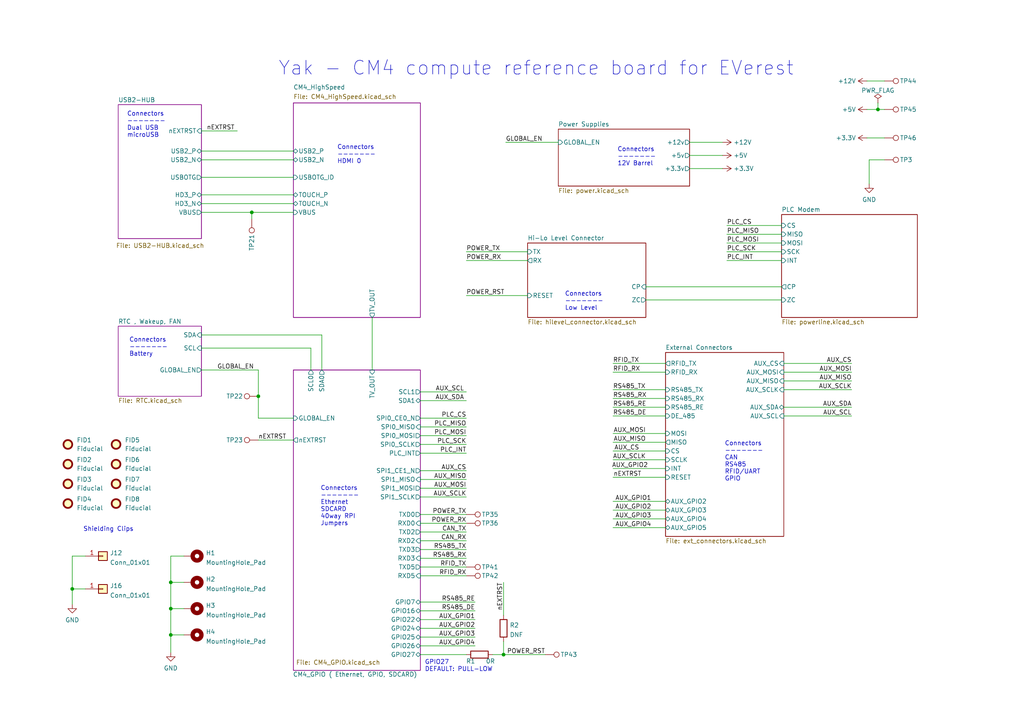
<source format=kicad_sch>
(kicad_sch (version 20211123) (generator eeschema)
  (paper "A4")
  (title_block (title "Yak") (date "2022-02-01") (rev "2") (company "Pionix GmbH") (comment 1 "Cornelius Claussen"))
  (lib_symbols
    (symbol "Connector:TestPoint" (pin_numbers hide) (pin_names (offset 0.762) hide)
      (property "Reference" "TP" (at 0 6.858 0))
      (property "Value" "TestPoint" (at 0 5.08 0))
      (symbol "TestPoint_0_1"
        (circle (center 0 3.302) (radius 0.762))
      )
      (symbol "TestPoint_1_1"
        (pin passive line (at 0 0 90) (length 2.54) (name "1") (number "1"))
      )
    )
    (symbol "Connector_Generic:Conn_01x01" (pin_names (offset 1.016) hide)
      (property "Reference" "J" (at 0 2.54 0))
      (property "Value" "Conn_01x01" (at 0 -2.54 0))
      (symbol "Conn_01x01_1_1"
        (rectangle (start -1.27 0.127) (end 0 -0.127) (stroke (width 0.1524)))
        (rectangle (start -1.27 1.27) (end 1.27 -1.27) (stroke (width 0.254)) (fill (type background)))
        (pin passive line (at -5.08 0 0) (length 3.81) (name "Pin_1") (number "1"))
      )
    )
    (symbol "Device:R" (pin_numbers hide) (pin_names (offset 0))
      (property "Reference" "R" (at 2.032 0 90))
      (property "Value" "R" (at 0 0 90))
      (symbol "R_0_1"
        (rectangle (start -1.016 -2.54) (end 1.016 2.54) (stroke (width 0.254)))
      )
      (symbol "R_1_1"
        (pin passive line (at 0 3.81 270) (length 1.27) (name "~") (number "1"))
        (pin passive line (at 0 -3.81 90) (length 1.27) (name "~") (number "2"))
      )
    )
    (symbol "Mechanical:Fiducial"
      (property "Reference" "FID" (at 0 5.08 0))
      (property "Value" "Fiducial" (at 0 3.175 0))
      (symbol "Fiducial_0_1"
        (circle (center 0 0) (radius 1.27) (stroke (width 0.508)) (fill (type background)))
      )
    )
    (symbol "Mechanical:MountingHole_Pad" (pin_numbers hide) (pin_names (offset 1.016) hide)
      (property "Reference" "H" (at 0 6.35 0))
      (property "Value" "MountingHole_Pad" (at 0 4.445 0))
      (symbol "MountingHole_Pad_0_1"
        (circle (center 0 1.27) (radius 1.27) (stroke (width 1.27)))
      )
      (symbol "MountingHole_Pad_1_1"
        (pin input line (at 0 -2.54 90) (length 2.54) (name "1") (number "1"))
      )
    )
    (symbol "power:+12V" (power) (pin_names (offset 0))
      (property "Value" "+12V" (at 0 3.556 0))
      (symbol "+12V_0_1"
        (polyline (pts (xy -0.762 1.27) (xy 0 2.54)))
        (polyline (pts (xy 0 0) (xy 0 2.54)))
        (polyline (pts (xy 0 2.54) (xy 0.762 1.27)))
      )
      (symbol "+12V_1_1"
        (pin power_in line (at 0 0 90) (length 0) hide (name "+12V") (number "1"))
      )
    )
    (symbol "power:+3.3V" (power) (pin_names (offset 0))
      (property "Value" "+3.3V" (at 0 3.556 0))
      (symbol "+3.3V_0_1"
        (polyline (pts (xy -0.762 1.27) (xy 0 2.54)))
        (polyline (pts (xy 0 0) (xy 0 2.54)))
        (polyline (pts (xy 0 2.54) (xy 0.762 1.27)))
      )
      (symbol "+3.3V_1_1"
        (pin power_in line (at 0 0 90) (length 0) hide (name "+3.3V") (number "1"))
      )
    )
    (symbol "power:+5V" (power) (pin_names (offset 0))
      (property "Value" "+5V" (at 0 3.556 0))
      (symbol "+5V_0_1"
        (polyline (pts (xy -0.762 1.27) (xy 0 2.54)))
        (polyline (pts (xy 0 0) (xy 0 2.54)))
        (polyline (pts (xy 0 2.54) (xy 0.762 1.27)))
      )
      (symbol "+5V_1_1"
        (pin power_in line (at 0 0 90) (length 0) hide (name "+5V") (number "1"))
      )
    )
    (symbol "power:GND" (power) (pin_names (offset 0))
      (property "Value" "GND" (at 0 -3.81 0))
      (symbol "GND_0_1"
        (polyline (pts (xy 0 0) (xy 0 -1.27) (xy 1.27 -1.27) (xy 0 -2.54) (xy -1.27 -1.27) (xy 0 -1.27)))
      )
      (symbol "GND_1_1"
        (pin power_in line (at 0 0 270) (length 0) hide (name "GND") (number "1"))
      )
    )
    (symbol "power:PWR_FLAG" (power) (pin_numbers hide) (pin_names (offset 0) hide)
      (property "Value" "PWR_FLAG" (at 0 3.81 0))
      (symbol "PWR_FLAG_0_0"
        (pin power_out line (at 0 0 90) (length 0) (name "pwr") (number "1"))
      )
      (symbol "PWR_FLAG_0_1"
        (polyline (pts (xy 0 0) (xy 0 1.27) (xy -1.016 1.905) (xy 0 2.54) (xy 1.016 1.905) (xy 0 1.27)))
      )
    )
  )
  (junction (at 73.025 61.595))
  (junction (at 74.93 114.935))
  (junction (at 254.635 31.75))
  (junction (at 49.53 176.53))
  (junction (at 49.53 184.15))
  (junction (at 20.955 170.815))
  (junction (at 146.05 189.865))
  (junction (at 49.53 168.91))
  (wire (pts (xy 177.8 150.495) (xy 193.04 150.495)))
  (wire (pts (xy 146.685 41.275) (xy 161.925 41.275)))
  (wire (pts (xy 58.42 43.815) (xy 85.09 43.815)))
  (wire (pts (xy 58.42 59.055) (xy 85.09 59.055)))
  (wire (pts (xy 90.17 100.965) (xy 58.42 100.965)))
  (wire (pts (xy 90.17 107.315) (xy 90.17 100.965)))
  (wire (pts (xy 187.325 86.995) (xy 226.695 86.995)))
  (wire (pts (xy 58.42 107.315) (xy 74.93 107.315)))
  (wire (pts (xy 187.325 83.185) (xy 226.695 83.185)))
  (wire (pts (xy 177.8 105.41) (xy 193.04 105.41)))
  (wire (pts (xy 121.92 182.245) (xy 137.795 182.245)))
  (wire (pts (xy 74.93 114.935) (xy 74.93 107.315)))
  (wire (pts (xy 74.93 121.285) (xy 74.93 114.935)))
  (wire (pts (xy 121.92 189.865) (xy 135.255 189.865)))
  (wire (pts (xy 121.92 151.765) (xy 135.255 151.765)))
  (wire (pts (xy 121.92 156.845) (xy 135.255 156.845)))
  (wire (pts (xy 121.92 174.625) (xy 137.795 174.625)))
  (wire (pts (xy 121.92 126.365) (xy 135.255 126.365)))
  (wire (pts (xy 177.8 107.95) (xy 193.04 107.95)))
  (wire (pts (xy 177.8 133.35) (xy 193.04 133.35)))
  (wire (pts (xy 227.33 107.95) (xy 247.015 107.95)))
  (wire (pts (xy 121.92 113.665) (xy 135.255 113.665)))
  (wire (pts (xy 227.33 113.03) (xy 247.015 113.03)))
  (wire (pts (xy 254.635 29.845) (xy 254.635 31.75)))
  (wire (pts (xy 121.92 149.225) (xy 135.255 149.225)))
  (wire (pts (xy 58.42 61.595) (xy 73.025 61.595)))
  (wire (pts (xy 73.025 61.595) (xy 85.09 61.595)))
  (wire (pts (xy 121.92 144.145) (xy 135.255 144.145)))
  (wire (pts (xy 200.025 41.275) (xy 209.55 41.275)))
  (wire (pts (xy 121.92 167.005) (xy 135.255 167.005)))
  (wire (pts (xy 251.46 23.495) (xy 256.54 23.495)))
  (wire (pts (xy 177.8 120.65) (xy 193.04 120.65)))
  (wire (pts (xy 20.955 170.815) (xy 24.765 170.815)))
  (wire (pts (xy 121.92 121.285) (xy 135.255 121.285)))
  (wire (pts (xy 177.8 113.03) (xy 193.04 113.03)))
  (wire (pts (xy 227.33 110.49) (xy 247.015 110.49)))
  (wire (pts (xy 49.53 176.53) (xy 49.53 168.91)))
  (wire (pts (xy 121.92 161.925) (xy 135.255 161.925)))
  (wire (pts (xy 177.8 128.27) (xy 193.04 128.27)))
  (wire (pts (xy 49.53 176.53) (xy 53.34 176.53)))
  (wire (pts (xy 177.8 118.11) (xy 193.04 118.11)))
  (wire (pts (xy 200.025 48.895) (xy 209.55 48.895)))
  (wire (pts (xy 49.53 168.91) (xy 49.53 161.29)))
  (wire (pts (xy 251.46 40.005) (xy 256.54 40.005)))
  (wire (pts (xy 93.345 97.155) (xy 93.345 107.315)))
  (wire (pts (xy 177.8 153.035) (xy 193.04 153.035)))
  (wire (pts (xy 121.92 116.205) (xy 135.255 116.205)))
  (wire (pts (xy 254.635 31.75) (xy 256.54 31.75)))
  (wire (pts (xy 251.46 31.75) (xy 254.635 31.75)))
  (wire (pts (xy 85.09 121.285) (xy 74.93 121.285)))
  (wire (pts (xy 200.025 45.085) (xy 209.55 45.085)))
  (wire (pts (xy 177.8 135.89) (xy 193.04 135.89)))
  (wire (pts (xy 227.33 120.65) (xy 247.015 120.65)))
  (wire (pts (xy 256.54 46.355) (xy 252.095 46.355)))
  (wire (pts (xy 252.095 46.355) (xy 252.095 53.34)))
  (wire (pts (xy 58.42 46.355) (xy 85.09 46.355)))
  (wire (pts (xy 121.92 123.825) (xy 135.255 123.825)))
  (wire (pts (xy 177.8 130.81) (xy 193.04 130.81)))
  (wire (pts (xy 49.53 184.15) (xy 53.34 184.15)))
  (wire (pts (xy 177.8 125.73) (xy 193.04 125.73)))
  (wire (pts (xy 121.92 136.525) (xy 135.255 136.525)))
  (wire (pts (xy 49.53 184.15) (xy 49.53 176.53)))
  (wire (pts (xy 58.42 56.515) (xy 85.09 56.515)))
  (wire (pts (xy 49.53 161.29) (xy 53.34 161.29)))
  (wire (pts (xy 121.92 159.385) (xy 135.255 159.385)))
  (wire (pts (xy 20.955 170.815) (xy 20.955 161.29)))
  (wire (pts (xy 20.955 175.26) (xy 20.955 170.815)))
  (wire (pts (xy 20.955 161.29) (xy 24.765 161.29)))
  (wire (pts (xy 58.42 37.973) (xy 68.834 37.973)))
  (wire (pts (xy 121.92 187.325) (xy 137.795 187.325)))
  (wire (pts (xy 121.92 177.165) (xy 137.795 177.165)))
  (wire (pts (xy 177.8 147.955) (xy 193.04 147.955)))
  (wire (pts (xy 49.53 168.91) (xy 53.34 168.91)))
  (wire (pts (xy 135.255 73.025) (xy 153.035 73.025)))
  (wire (pts (xy 121.92 179.705) (xy 137.795 179.705)))
  (wire (pts (xy 121.92 131.445) (xy 135.255 131.445)))
  (wire (pts (xy 146.05 186.055) (xy 146.05 189.865)))
  (wire (pts (xy 121.92 154.305) (xy 135.255 154.305)))
  (wire (pts (xy 210.82 73.025) (xy 226.695 73.025)))
  (wire (pts (xy 227.33 118.11) (xy 247.015 118.11)))
  (wire (pts (xy 177.8 145.415) (xy 193.04 145.415)))
  (wire (pts (xy 107.95 107.315) (xy 107.95 92.075)))
  (wire (pts (xy 58.42 51.435) (xy 85.09 51.435)))
  (wire (pts (xy 146.05 168.91) (xy 146.05 178.435)))
  (wire (pts (xy 135.255 85.725) (xy 153.035 85.725)))
  (wire (pts (xy 227.33 105.41) (xy 247.015 105.41)))
  (wire (pts (xy 210.82 75.565) (xy 226.695 75.565)))
  (wire (pts (xy 121.92 141.605) (xy 135.255 141.605)))
  (wire (pts (xy 73.025 61.595) (xy 73.025 63.5)))
  (wire (pts (xy 121.92 128.905) (xy 135.255 128.905)))
  (wire (pts (xy 210.82 67.945) (xy 226.695 67.945)))
  (wire (pts (xy 177.8 115.57) (xy 193.04 115.57)))
  (wire (pts (xy 121.92 184.785) (xy 137.795 184.785)))
  (wire (pts (xy 49.53 189.23) (xy 49.53 184.15)))
  (wire (pts (xy 146.05 189.865) (xy 158.115 189.865)))
  (wire (pts (xy 142.875 189.865) (xy 146.05 189.865)))
  (wire (pts (xy 210.82 65.405) (xy 226.695 65.405)))
  (wire (pts (xy 210.82 70.485) (xy 226.695 70.485)))
  (wire (pts (xy 121.92 164.465) (xy 135.255 164.465)))
  (wire (pts (xy 121.92 139.065) (xy 135.255 139.065)))
  (wire (pts (xy 58.42 97.155) (xy 93.345 97.155)))
  (wire (pts (xy 177.8 138.43) (xy 193.04 138.43)))
  (wire (pts (xy 135.255 75.565) (xy 153.035 75.565)))
  (wire (pts (xy 74.93 127.635) (xy 85.09 127.635)))
  (text "Connectors\n-------\nEthernet\nSDCARD\n40way RPI\nJumpers\n" (at 92.964 152.654 0) (effects (font (size 1.27 1.27)) (justify left bottom)))
  (text "Connectors\n-------\nHDMI 0\n" (at 97.79 47.625 0) (effects (font (size 1.27 1.27)) (justify left bottom)))
  (text "GPIO27\nDEFAULT: PULL-LOW" (at 123.19 194.945 0) (effects (font (size 1.27 1.27)) (justify left bottom)))
  (text "Connectors\n-------\nDual USB\nmicroUSB" (at 36.83 40.005 0) (effects (font (size 1.27 1.27)) (justify left bottom)))
  (text "Connectors\n-------\nCAN\nRS485\nRFID/UART\nGPIO\n" (at 210.185 139.7 0) (effects (font (size 1.27 1.27)) (justify left bottom)))
  (text "Connectors\n-------\nLow Level" (at 163.83 90.17 0) (effects (font (size 1.27 1.27)) (justify left bottom)))
  (text "Yak - CM4 compute reference board for EVerest" (at 80.645 22.225 0) (effects (font (size 4 4)) (justify left bottom)))
  (text "Connectors\n-------\nBattery" (at 37.465 103.505 0) (effects (font (size 1.27 1.27)) (justify left bottom)))
  (text "Connectors\n-------\n12V Barrel" (at 179.07 48.26 0) (effects (font (size 1.27 1.27)) (justify left bottom)))
  (text "Shielding Clips" (at 24.13 154.305 0) (effects (font (size 1.27 1.27)) (justify left bottom)))
  (label "AUX_SCLK" (at 247.015 113.03 180))
  (label "RS485_RE" (at 137.795 174.625 180))
  (label "PLC_MOSI" (at 135.255 126.365 180))
  (label "AUX_GPIO2" (at 187.96 135.89 180))
  (label "AUX_GPIO3" (at 178.435 150.495 0))
  (label "AUX_GPIO2" (at 137.795 182.245 180))
  (label "nEXTRST" (at 59.944 37.973 0))
  (label "AUX_SDA" (at 134.62 116.205 180))
  (label "nEXTRST" (at 74.93 127.635 0))
  (label "RFID_RX" (at 177.8 107.95 0))
  (label "AUX_GPIO4" (at 178.435 153.035 0))
  (label "RFID_TX" (at 177.8 105.41 0))
  (label "POWER_RST" (at 158.115 189.865 180))
  (label "RS485_RX" (at 177.8 115.57 0))
  (label "POWER_TX" (at 135.255 73.025 0))
  (label "PLC_MISO" (at 135.255 123.825 180))
  (label "POWER_TX" (at 135.255 149.225 180))
  (label "AUX_CS" (at 185.42 130.81 180))
  (label "PLC_CS" (at 135.255 121.285 180))
  (label "POWER_RX" (at 135.255 151.765 180))
  (label "AUX_GPIO1" (at 137.795 179.705 180))
  (label "POWER_RX" (at 135.255 75.565 0))
  (label "AUX_MISO" (at 187.325 128.27 180))
  (label "RS485_TX" (at 135.255 159.385 180))
  (label "AUX_MOSI" (at 135.255 141.605 180))
  (label "PLC_INT" (at 135.255 131.445 180))
  (label "AUX_GPIO1" (at 178.435 145.415 0))
  (label "AUX_GPIO3" (at 137.795 184.785 180))
  (label "CAN_RX" (at 135.255 156.845 180))
  (label "AUX_SCLK" (at 187.325 133.35 180))
  (label "RS485_RE" (at 177.8 118.11 0))
  (label "GLOBAL_EN" (at 146.685 41.275 0))
  (label "PLC_SCK" (at 210.82 73.025 0))
  (label "POWER_RST" (at 135.255 85.725 0))
  (label "CAN_TX" (at 135.255 154.305 180))
  (label "AUX_CS" (at 247.015 105.41 180))
  (label "RS485_RX" (at 135.255 161.925 180))
  (label "RS485_TX" (at 177.8 113.03 0))
  (label "AUX_SDA" (at 247.015 118.11 180))
  (label "AUX_SCL" (at 247.015 120.65 180))
  (label "nEXTRST" (at 146.05 168.91 270))
  (label "GLOBAL_EN" (at 73.66 107.315 180))
  (label "PLC_INT" (at 210.82 75.565 0))
  (label "PLC_SCK" (at 135.255 128.905 180))
  (label "PLC_CS" (at 210.82 65.405 0))
  (label "AUX_SCL" (at 134.62 113.665 180))
  (label "RS485_DE" (at 137.795 177.165 180))
  (label "RFID_RX" (at 135.255 167.005 180))
  (label "AUX_CS" (at 135.255 136.525 180))
  (label "RFID_TX" (at 135.255 164.465 180))
  (label "AUX_SCLK" (at 135.255 144.145 180))
  (label "nEXTRST" (at 186.055 138.43 180))
  (label "PLC_MISO" (at 210.82 67.945 0))
  (label "AUX_MISO" (at 135.255 139.065 180))
  (label "AUX_MOSI" (at 247.015 107.95 180))
  (label "PLC_MOSI" (at 210.82 70.485 0))
  (label "AUX_MISO" (at 247.015 110.49 180))
  (label "AUX_GPIO2" (at 178.435 147.955 0))
  (label "AUX_MOSI" (at 187.325 125.73 180))
  (label "RS485_DE" (at 177.8 120.65 0))
  (label "AUX_GPIO4" (at 137.795 187.325 180))
  (symbol (lib_id "power:GND") (at 49.53 189.23 0) (unit 1)
    (property "Reference" "#PWR0129" (effects hide))
    (property "Value" "GND" (at 49.53 193.7924 0))
  )
  (symbol (lib_id "Mechanical:MountingHole_Pad") (at 55.88 176.53 270) (unit 1)
    (property "Reference" "H3" (at 59.69 175.6215 90) (effects (justify left)))
    (property "Value" "MountingHole_Pad" (at 59.69 178.3966 90) (effects (justify left)))
    (property "Footprint" "MountingHole:MountingHole_3.2mm_M3_ISO7380_Pad" (effects hide))
  )
  (symbol (lib_id "power:GND") (at 252.095 53.34 0) (unit 1)
    (property "Reference" "#PWR030" (effects hide))
    (property "Value" "GND" (at 252.095 57.9024 0))
  )
  (symbol (lib_id "power:PWR_FLAG") (at 254.635 29.845 0) (unit 1)
    (property "Reference" "#FLG0103" (effects hide))
    (property "Value" "PWR_FLAG" (at 254.635 26.2405 0))
  )
  (symbol (lib_id "Mechanical:Fiducial") (at 19.685 146.05 0) (unit 1)
    (property "Reference" "FID4" (at 22.225 144.7799 0) (effects (justify left)))
    (property "Value" "Fiducial" (at 22.225 147.3199 0) (effects (justify left)))
    (property "Footprint" "Fiducial:Fiducial_1mm_Mask3mm" (effects hide))
  )
  (symbol (lib_id "Device:R") (at 146.05 182.245 180) (unit 1)
    (property "Reference" "R2" (at 147.828 181.3365 0) (effects (justify right)))
    (property "Value" "DNF" (at 147.828 184.1116 0) (effects (justify right)))
    (property "Footprint" "Resistor_SMD:R_0603_1608Metric" (effects hide))
  )
  (symbol (lib_id "Connector_Generic:Conn_01x01") (at 29.845 170.815 0) (unit 1)
    (property "Reference" "J16" (at 31.8769 169.9065 0) (effects (justify left)))
    (property "Value" "Conn_01x01" (at 31.8769 172.6816 0) (effects (justify left)))
    (property "Footprint" "Pionix:S2711-46R_SheildClip" (effects hide))
    (property "Field4" "Digikey" (effects hide))
    (property "Field5" "952-2292-1-ND" (effects hide))
    (property "Field6" "S2711-46R" (effects hide))
    (property "Field7" "Harwin" (effects hide))
    (property "Part Description" "Sheilding Clip" (effects hide))
  )
  (symbol (lib_id "Mechanical:Fiducial") (at 33.655 128.905 0) (unit 1)
    (property "Reference" "FID5" (at 36.195 127.6349 0) (effects (justify left)))
    (property "Value" "Fiducial" (at 36.195 130.1749 0) (effects (justify left)))
    (property "Footprint" "Fiducial:Fiducial_1mm_Mask3mm" (effects hide))
  )
  (symbol (lib_id "power:+3.3V") (at 209.55 48.895 270) (unit 1)
    (property "Reference" "#PWR03" (effects hide))
    (property "Value" "+3.3V" (at 212.725 48.895 90) (effects (justify left)))
  )
  (symbol (lib_id "Connector:TestPoint") (at 135.255 167.005 270) (unit 1)
    (property "Reference" "TP42" (at 139.7 167.005 90) (effects (justify left)))
    (property "Value" "TestPoint" (effects hide))
    (property "Footprint" "TestPoint:TestPoint_THTPad_D1.0mm_Drill0.5mm" (effects hide))
  )
  (symbol (lib_id "Connector:TestPoint") (at 256.54 31.75 270) (unit 1)
    (property "Reference" "TP45" (at 260.985 31.75 90) (effects (justify left)))
    (property "Value" "TestPoint" (effects hide))
    (property "Footprint" "TestPoint:TestPoint_THTPad_D1.0mm_Drill0.5mm" (effects hide))
  )
  (symbol (lib_id "Device:R") (at 139.065 189.865 90) (unit 1)
    (property "Reference" "R1" (at 136.525 191.77 90))
    (property "Value" "0R" (at 142.24 191.77 90))
    (property "Footprint" "Resistor_SMD:R_0603_1608Metric" (effects hide))
    (property "Field4" "Farnell" (effects hide))
    (property "Field5" "2693092" (effects hide))
    (property "Field6" "CRCW06030000ZSTA" (effects hide))
    (property "Field7" "Vishay" (effects hide))
    (property "STANDARD" "Resistor 0R 50V 0603 M1608 1% 100mW" (effects hide))
  )
  (symbol (lib_id "power:+3.3V") (at 251.46 40.005 90) (unit 1)
    (property "Reference" "#PWR0138" (effects hide))
    (property "Value" "+3.3V" (at 248.285 40.005 90) (effects (justify left)))
  )
  (symbol (lib_id "Connector:TestPoint") (at 256.54 23.495 270) (unit 1)
    (property "Reference" "TP44" (at 260.985 23.495 90) (effects (justify left)))
    (property "Value" "TestPoint" (effects hide))
    (property "Footprint" "TestPoint:TestPoint_THTPad_D1.0mm_Drill0.5mm" (effects hide))
  )
  (symbol (lib_id "Mechanical:Fiducial") (at 33.655 134.62 0) (unit 1)
    (property "Reference" "FID6" (at 36.195 133.3499 0) (effects (justify left)))
    (property "Value" "Fiducial" (at 36.195 135.8899 0) (effects (justify left)))
    (property "Footprint" "Fiducial:Fiducial_1mm_Mask3mm" (effects hide))
  )
  (symbol (lib_id "Connector:TestPoint") (at 135.255 164.465 270) (unit 1)
    (property "Reference" "TP41" (at 139.7 164.465 90) (effects (justify left)))
    (property "Value" "TestPoint" (effects hide))
    (property "Footprint" "TestPoint:TestPoint_THTPad_D1.0mm_Drill0.5mm" (effects hide))
  )
  (symbol (lib_id "Connector:TestPoint") (at 158.115 189.865 270) (unit 1)
    (property "Reference" "TP43" (at 162.56 189.865 90) (effects (justify left)))
    (property "Value" "TestPoint" (effects hide))
    (property "Footprint" "TestPoint:TestPoint_THTPad_D1.0mm_Drill0.5mm" (effects hide))
  )
  (symbol (lib_id "Connector_Generic:Conn_01x01") (at 29.845 161.29 0) (unit 1)
    (property "Reference" "J12" (at 31.8769 160.3815 0) (effects (justify left)))
    (property "Value" "Conn_01x01" (at 31.8769 163.1566 0) (effects (justify left)))
    (property "Footprint" "Pionix:S2711-46R_SheildClip" (effects hide))
    (property "Field4" "Digikey" (effects hide))
    (property "Field5" "952-2292-1-ND" (effects hide))
    (property "Field6" "S2711-46R" (effects hide))
    (property "Field7" "Harwin" (effects hide))
    (property "Part Description" "Sheilding Clip" (effects hide))
  )
  (symbol (lib_id "power:+12V") (at 209.55 41.275 270) (unit 1)
    (property "Reference" "#PWR01" (effects hide))
    (property "Value" "+12V" (at 212.725 41.275 90) (effects (justify left)))
  )
  (symbol (lib_id "Mechanical:Fiducial") (at 19.685 128.905 0) (unit 1)
    (property "Reference" "FID1" (at 22.225 127.6349 0) (effects (justify left)))
    (property "Value" "Fiducial" (at 22.225 130.1749 0) (effects (justify left)))
    (property "Footprint" "Fiducial:Fiducial_1mm_Mask3mm" (effects hide))
  )
  (symbol (lib_id "power:GND") (at 20.955 175.26 0) (unit 1)
    (property "Reference" "#PWR089" (effects hide))
    (property "Value" "GND" (at 20.955 179.8224 0))
  )
  (symbol (lib_id "Connector:TestPoint") (at 74.93 114.935 90) (unit 1)
    (property "Reference" "TP22" (at 70.485 114.935 90) (effects (justify left)))
    (property "Value" "TestPoint" (effects hide))
    (property "Footprint" "TestPoint:TestPoint_THTPad_D1.0mm_Drill0.5mm" (effects hide))
  )
  (symbol (lib_id "power:+12V") (at 251.46 23.495 90) (unit 1)
    (property "Reference" "#PWR0122" (effects hide))
    (property "Value" "+12V" (at 248.285 23.495 90) (effects (justify left)))
  )
  (symbol (lib_id "Connector:TestPoint") (at 256.54 40.005 270) (unit 1)
    (property "Reference" "TP46" (at 260.985 40.005 90) (effects (justify left)))
    (property "Value" "TestPoint" (effects hide))
    (property "Footprint" "TestPoint:TestPoint_THTPad_D1.0mm_Drill0.5mm" (effects hide))
  )
  (symbol (lib_id "Mechanical:MountingHole_Pad") (at 55.88 161.29 270) (unit 1)
    (property "Reference" "H1" (at 59.69 160.3815 90) (effects (justify left)))
    (property "Value" "MountingHole_Pad" (at 59.69 163.1566 90) (effects (justify left)))
    (property "Footprint" "MountingHole:MountingHole_3.2mm_M3_ISO7380_Pad" (effects hide))
  )
  (symbol (lib_id "power:+5V") (at 251.46 31.75 90) (unit 1)
    (property "Reference" "#PWR0137" (effects hide))
    (property "Value" "+5V" (at 248.285 31.75 90) (effects (justify left)))
  )
  (symbol (lib_id "Mechanical:Fiducial") (at 33.655 140.335 0) (unit 1)
    (property "Reference" "FID7" (at 36.195 139.0649 0) (effects (justify left)))
    (property "Value" "Fiducial" (at 36.195 141.6049 0) (effects (justify left)))
    (property "Footprint" "Fiducial:Fiducial_1mm_Mask3mm" (effects hide))
  )
  (symbol (lib_id "Mechanical:Fiducial") (at 33.655 146.05 0) (unit 1)
    (property "Reference" "FID8" (at 36.195 144.7799 0) (effects (justify left)))
    (property "Value" "Fiducial" (at 36.195 147.3199 0) (effects (justify left)))
    (property "Footprint" "Fiducial:Fiducial_1mm_Mask3mm" (effects hide))
  )
  (symbol (lib_id "Mechanical:MountingHole_Pad") (at 55.88 184.15 270) (unit 1)
    (property "Reference" "H4" (at 59.69 183.2415 90) (effects (justify left)))
    (property "Value" "MountingHole_Pad" (at 59.69 186.0166 90) (effects (justify left)))
    (property "Footprint" "MountingHole:MountingHole_3.2mm_M3_ISO7380_Pad" (effects hide))
  )
  (symbol (lib_id "Mechanical:Fiducial") (at 19.685 140.335 0) (unit 1)
    (property "Reference" "FID3" (at 22.225 139.0649 0) (effects (justify left)))
    (property "Value" "Fiducial" (at 22.225 141.6049 0) (effects (justify left)))
    (property "Footprint" "Fiducial:Fiducial_1mm_Mask3mm" (effects hide))
  )
  (symbol (lib_id "Mechanical:Fiducial") (at 19.685 134.62 0) (unit 1)
    (property "Reference" "FID2" (at 22.225 133.3499 0) (effects (justify left)))
    (property "Value" "Fiducial" (at 22.225 135.8899 0) (effects (justify left)))
    (property "Footprint" "Fiducial:Fiducial_1mm_Mask3mm" (effects hide))
  )
  (symbol (lib_id "Mechanical:MountingHole_Pad") (at 55.88 168.91 270) (unit 1)
    (property "Reference" "H2" (at 59.69 168.0015 90) (effects (justify left)))
    (property "Value" "MountingHole_Pad" (at 59.69 170.7766 90) (effects (justify left)))
    (property "Footprint" "MountingHole:MountingHole_3.2mm_M3_ISO7380_Pad" (effects hide))
  )
  (symbol (lib_id "power:+5V") (at 209.55 45.085 270) (unit 1)
    (property "Reference" "#PWR02" (effects hide))
    (property "Value" "+5V" (at 212.725 45.085 90) (effects (justify left)))
  )
  (symbol (lib_id "Connector:TestPoint") (at 135.255 149.225 270) (unit 1)
    (property "Reference" "TP35" (at 139.7 149.225 90) (effects (justify left)))
    (property "Value" "TestPoint" (effects hide))
    (property "Footprint" "TestPoint:TestPoint_THTPad_D1.0mm_Drill0.5mm" (effects hide))
  )
  (symbol (lib_id "Connector:TestPoint") (at 74.93 127.635 90) (unit 1)
    (property "Reference" "TP23" (at 70.485 127.635 90) (effects (justify left)))
    (property "Value" "TestPoint" (effects hide))
    (property "Footprint" "TestPoint:TestPoint_THTPad_D1.0mm_Drill0.5mm" (effects hide))
  )
  (symbol (lib_id "Connector:TestPoint") (at 256.54 46.355 270) (unit 1)
    (property "Reference" "TP3" (at 260.985 46.355 90) (effects (justify left)))
    (property "Value" "TestPoint" (effects hide))
    (property "Footprint" "TestPoint:TestPoint_THTPad_D1.0mm_Drill0.5mm" (effects hide))
  )
  (symbol (lib_id "Connector:TestPoint") (at 73.025 63.5 180) (unit 1)
    (property "Reference" "TP21" (at 73.025 67.945 90) (effects (justify left)))
    (property "Value" "TestPoint" (effects hide))
    (property "Footprint" "TestPoint:TestPoint_THTPad_D1.0mm_Drill0.5mm" (effects hide))
  )
  (symbol (lib_id "Connector:TestPoint") (at 135.255 151.765 270) (unit 1)
    (property "Reference" "TP36" (at 139.7 151.765 90) (effects (justify left)))
    (property "Value" "TestPoint" (effects hide))
    (property "Footprint" "TestPoint:TestPoint_THTPad_D1.0mm_Drill0.5mm" (effects hide))
  )
  (sheet (at 85.09 29.845) (size 36.83 62.23) (stroke (width 0.1524) (color 132 0 132 1)) (fill (color 255 255 255 0.0000))
    (property "Sheet name" "CM4_HighSpeed" (at 85.09 26.035 0) (effects (justify left bottom)))
    (property "Sheet file" "CM4_HighSpeed.kicad_sch" (at 85.09 27.305 0) (effects (justify left top)))
    (pin "USB2_N" bidirectional (at 85.09 46.355 180))
    (pin "USB2_P" bidirectional (at 85.09 43.815 180))
    (pin "USBOTG_ID" input (at 85.09 51.435 180))
    (pin "TV_OUT" output (at 107.95 92.075 270))
    (pin "TOUCH_N" bidirectional (at 85.09 59.055 180))
    (pin "TOUCH_P" bidirectional (at 85.09 56.515 180))
    (pin "VBUS" input (at 85.09 61.595 180))
  )
  (sheet (at 34.29 30.353) (size 24.13 38.862) (stroke (width 0.1524) (color 132 0 132 1)) (fill (color 255 255 255 0.0000))
    (property "Sheet name" "USB2-HUB" (at 34.29 29.7175 0) (effects (justify left bottom)))
    (property "Sheet file" "USB2-HUB.kicad_sch" (at 33.655 70.485 0) (effects (justify left top)))
    (pin "USB2_N" bidirectional (at 58.42 46.355 0))
    (pin "USB2_P" bidirectional (at 58.42 43.815 0))
    (pin "nEXTRST" input (at 58.42 37.973 0))
    (pin "USBOTG" output (at 58.42 51.435 0))
    (pin "HD3_P" bidirectional (at 58.42 56.515 0))
    (pin "HD3_N" bidirectional (at 58.42 59.055 0))
    (pin "VBUS" output (at 58.42 61.595 0))
  )
  (sheet (at 34.29 94.615) (size 24.13 20.32) (stroke (width 0.1524) (color 132 0 132 1)) (fill (color 255 255 255 0.0000))
    (property "Sheet name" "RTC , Wakeup, FAN" (at 34.29 93.9795 0) (effects (justify left bottom)))
    (property "Sheet file" "RTC.kicad_sch" (at 34.29 115.4435 0) (effects (justify left top)))
    (pin "SCL" input (at 58.42 100.965 0))
    (pin "SDA" input (at 58.42 97.155 0))
    (pin "GLOBAL_EN" output (at 58.42 107.315 0))
  )
  (sheet (at 85.09 107.315) (size 36.83 87.122) (stroke (width 0.1524) (color 132 0 132 1)) (fill (color 255 255 255 0.0000))
    (property "Sheet name" "CM4_GPIO ( Ethernet, GPIO, SDCARD)" (at 84.963 196.342 0) (effects (justify left bottom)))
    (property "Sheet file" "CM4_GPIO.kicad_sch" (at 85.852 191.389 0) (effects (justify left top)))
    (pin "SCL0" output (at 90.17 107.315 90))
    (pin "SDA0" output (at 93.345 107.315 90))
    (pin "nEXTRST" output (at 85.09 127.635 180))
    (pin "GLOBAL_EN" input (at 85.09 121.285 180))
    (pin "TV_OUT" input (at 107.95 107.315 90))
    (pin "SPI0_CE0_N" output (at 121.92 121.285 0))
    (pin "PLC_INT" output (at 121.92 131.445 0))
    (pin "SPI0_MISO" input (at 121.92 123.825 0))
    (pin "SPI0_SCLK" output (at 121.92 128.905 0))
    (pin "SPI0_MOSI" output (at 121.92 126.365 0))
    (pin "SPI1_MOSI" output (at 121.92 141.605 0))
    (pin "SPI1_SCLK" output (at 121.92 144.145 0))
    (pin "TXD5" output (at 121.92 164.465 0))
    (pin "RXD0" input (at 121.92 151.765 0))
    (pin "TXD0" output (at 121.92 149.225 0))
    (pin "SDA1" bidirectional (at 121.92 116.205 0))
    (pin "SCL1" output (at 121.92 113.665 0))
    (pin "RXD3" input (at 121.92 161.925 0))
    (pin "TXD3" output (at 121.92 159.385 0))
    (pin "SPI1_MISO" input (at 121.92 139.065 0))
    (pin "SPI1_CE1_N" output (at 121.92 136.525 0))
    (pin "RXD5" input (at 121.92 167.005 0))
    (pin "RXD2" input (at 121.92 156.845 0))
    (pin "TXD2" output (at 121.92 154.305 0))
    (pin "GPIO16" bidirectional (at 121.92 177.165 0))
    (pin "GPIO7" bidirectional (at 121.92 174.625 0))
    (pin "GPIO25" bidirectional (at 121.92 184.785 0))
    (pin "GPIO24" bidirectional (at 121.92 182.245 0))
    (pin "GPIO22" bidirectional (at 121.92 179.705 0))
    (pin "GPIO27" bidirectional (at 121.92 189.865 0))
    (pin "GPIO26" bidirectional (at 121.92 187.325 0))
  )
  (sheet (at 226.695 62.23) (size 39.37 29.845) (stroke (width 0.1524))
    (property "Sheet name" "PLC Modem" (at 226.695 61.5184 0) (effects (justify left bottom)))
    (property "Sheet file" "powerline.kicad_sch" (at 226.695 92.6596 0) (effects (justify left top)))
    (pin "INT" input (at 226.695 75.565 180))
    (pin "ZC" input (at 226.695 86.995 180))
    (pin "CP" output (at 226.695 83.185 180))
    (pin "MOSI" input (at 226.695 70.485 180))
    (pin "MISO" input (at 226.695 67.945 180))
    (pin "SCK" input (at 226.695 73.025 180))
    (pin "CS" input (at 226.695 65.405 180))
  )
  (sheet (at 161.925 37.465) (size 38.1 16.51) (stroke (width 0.1524))
    (property "Sheet name" "Power Supplies" (at 161.925 36.7534 0) (effects (justify left bottom)))
    (property "Sheet file" "power.kicad_sch" (at 161.925 54.5596 0) (effects (justify left top)))
    (pin "+12v" output (at 200.025 41.275 0))
    (pin "+3.3v" output (at 200.025 48.895 0))
    (pin "+5v" output (at 200.025 45.085 0))
    (pin "GLOBAL_EN" input (at 161.925 41.275 180))
  )
  (sheet (at 193.04 102.235) (size 34.29 53.34) (stroke (width 0.1524))
    (property "Sheet name" "External Connectors" (at 193.04 101.5234 0) (effects (justify left bottom)))
    (property "Sheet file" "ext_connectors.kicad_sch" (at 193.04 156.1596 0) (effects (justify left top)))
    (pin "RS485_RX" input (at 193.04 115.57 180))
    (pin "DE_485" input (at 193.04 120.65 180))
    (pin "RS485_RE" input (at 193.04 118.11 180))
    (pin "RS485_TX" input (at 193.04 113.03 180))
    (pin "RFID_RX" input (at 193.04 107.95 180))
    (pin "RFID_TX" output (at 193.04 105.41 180))
    (pin "AUX_GPIO4" bidirectional (at 193.04 150.495 180))
    (pin "AUX_GPIO2" bidirectional (at 193.04 145.415 180))
    (pin "AUX_GPIO3" bidirectional (at 193.04 147.955 180))
    (pin "AUX_GPIO5" bidirectional (at 193.04 153.035 180))
    (pin "AUX_SCL" input (at 227.33 120.65 0))
    (pin "AUX_SDA" bidirectional (at 227.33 118.11 0))
    (pin "AUX_SCLK" input (at 227.33 113.03 0))
    (pin "AUX_MISO" input (at 227.33 110.49 0))
    (pin "AUX_MOSI" input (at 227.33 107.95 0))
    (pin "AUX_CS" input (at 227.33 105.41 0))
    (pin "MOSI" input (at 193.04 125.73 180))
    (pin "RESET" input (at 193.04 138.43 180))
    (pin "INT" input (at 193.04 135.89 180))
    (pin "MISO" output (at 193.04 128.27 180))
    (pin "CS" input (at 193.04 130.81 180))
    (pin "SCLK" input (at 193.04 133.35 180))
  )
  (sheet (at 153.035 70.485) (size 34.29 21.59) (stroke (width 0.1524))
    (property "Sheet name" "Hi-Lo Level Connector" (at 153.035 69.7734 0) (effects (justify left bottom)))
    (property "Sheet file" "hilevel_connector.kicad_sch" (at 153.035 92.6596 0) (effects (justify left top)))
    (pin "RX" output (at 153.035 75.565 180))
    (pin "CP" input (at 187.325 83.185 0))
    (pin "ZC" output (at 187.325 86.995 0))
    (pin "RESET" input (at 153.035 85.725 180))
    (pin "TX" input (at 153.035 73.025 180))
  )
)
</source>
